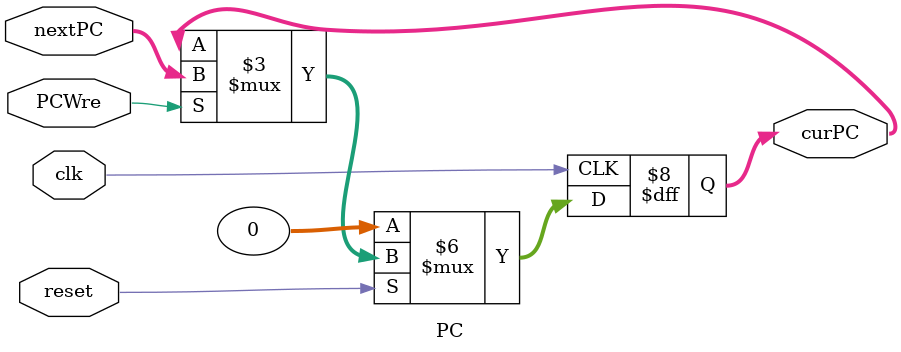
<source format=v>
`timescale 1ns / 1ps


module PC(
    input PCWre,
    input clk,
    input reset,
    input[31:0] nextPC,
    output reg [31:0] curPC
    );
    
    always@(posedge clk)begin
        if (!reset)
            curPC <= 0;
        else if (PCWre)
            curPC <= nextPC;
        end
endmodule

</source>
